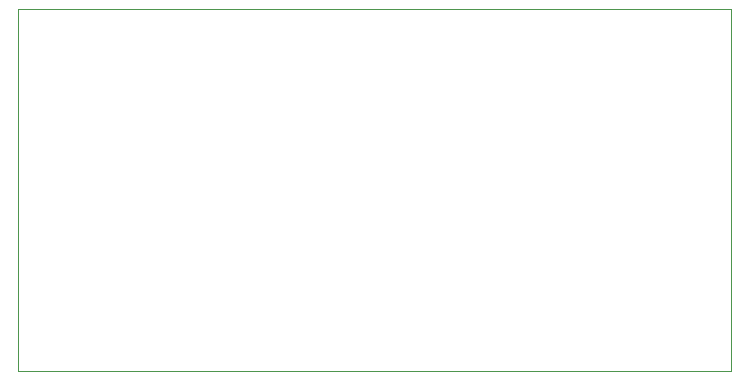
<source format=gm1>
G04 #@! TF.GenerationSoftware,KiCad,Pcbnew,(6.0.0)*
G04 #@! TF.CreationDate,2022-01-24T22:50:09+01:00*
G04 #@! TF.ProjectId,PUTM_EV_Front_Box_2022,5055544d-5f45-4565-9f46-726f6e745f42,rev?*
G04 #@! TF.SameCoordinates,Original*
G04 #@! TF.FileFunction,Profile,NP*
%FSLAX46Y46*%
G04 Gerber Fmt 4.6, Leading zero omitted, Abs format (unit mm)*
G04 Created by KiCad (PCBNEW (6.0.0)) date 2022-01-24 22:50:09*
%MOMM*%
%LPD*%
G01*
G04 APERTURE LIST*
G04 #@! TA.AperFunction,Profile*
%ADD10C,0.050000*%
G04 #@! TD*
G04 APERTURE END LIST*
D10*
X48680000Y-167600000D02*
X48680000Y-137000000D01*
X48680000Y-137000000D02*
X109000000Y-137000000D01*
X109000000Y-167600000D02*
X48680000Y-167600000D01*
X109000000Y-137000000D02*
X109000000Y-167600000D01*
M02*

</source>
